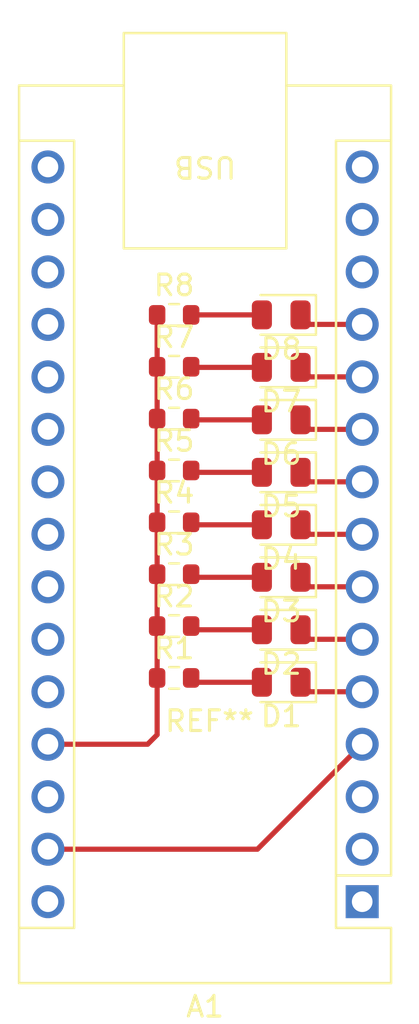
<source format=kicad_pcb>
(kicad_pcb (version 20221018) (generator pcbnew)
  (layers (0 "F.Cu" signal) (31 "B.Cu" signal) (34 "B.Paste" user) (35 "F.Paste" user) (36 "B.SilkS" user "B.Silkscreen") (37 "F.SilkS" user "F.Silkscreen") (38 "B.Mask" user) (39 "F.Mask" user) (44 "Edge.Cuts" user))
  (net 0 "")
  (net 4 "GND")
  (net 5 "Net-(A1-D2)")
  (net 6 "Net-(A1-D3)")
  (net 7 "Net-(A1-D4)")
  (net 8 "Net-(A1-D5)")
  (net 9 "Net-(A1-D6)")
  (net 10 "Net-(A1-D7)")
  (net 11 "Net-(A1-D8)")
  (net 12 "Net-(A1-D9)")
  (net 27 "Net-(A1-+5V)")
  (net 30 "Net-(D1-A)")
  (net 31 "Net-(D2-A)")
  (net 32 "Net-(D3-A)")
  (net 33 "Net-(D4-A)")
  (net 34 "Net-(D5-A)")
  (net 35 "Net-(D6-A)")
  (net 36 "Net-(D7-A)")
  (net 37 "Net-(D8-A)")
  (footprint "LED_SMD:LED_0805_2012Metric" (layer "F.Cu") (at 138.0975 88.9 180)
    (fp_text reference "D2" (at 0 -1.65) (layer "F.SilkS"))
    (fp_text value "LED")
    (fp_line (start -1.685 -0.96) (end -1.685 0.96) (stroke (width 0.12)) (layer "F.SilkS"))
    (fp_line (start -1.685 0.96) (end 1 0.96) (stroke (width 0.12)) (layer "F.SilkS"))
    (fp_line (start 1 -0.96) (end -1.685 -0.96) (stroke (width 0.12)) (layer "F.SilkS"))
    (pad "1" smd roundrect (at -0.9375 0 180) (size 0.975 1.4) (layers "F.Cu" "F.Paste" "F.Mask") (net 6 "Net-(A1-D3)"))
    (pad "2" smd roundrect (at 0.9375 0 180) (size 0.975 1.4) (layers "F.Cu" "F.Paste" "F.Mask") (net 31 "Net-(D2-A)"))
  )
  (footprint "LED_SMD:LED_0805_2012Metric" (layer "F.Cu") (at 138.0975 91.44 180)
    (fp_text reference "D1" (at 0 -1.65) (layer "F.SilkS"))
    (fp_text value "LED")
    (fp_line (start -1.685 -0.96) (end -1.685 0.96) (stroke (width 0.12)) (layer "F.SilkS"))
    (fp_line (start -1.685 0.96) (end 1 0.96) (stroke (width 0.12)) (layer "F.SilkS"))
    (fp_line (start 1 -0.96) (end -1.685 -0.96) (stroke (width 0.12)) (layer "F.SilkS"))
    (pad "1" smd roundrect (at -0.9375 0 180) (size 0.975 1.4) (layers "F.Cu" "F.Paste" "F.Mask") (net 5 "Net-(A1-D2)"))
    (pad "2" smd roundrect (at 0.9375 0 180) (size 0.975 1.4) (layers "F.Cu" "F.Paste" "F.Mask") (net 30 "Net-(D1-A)"))
  )
  (footprint "Resistor_SMD:R_0603_1608Metric" (layer "F.Cu") (at 132.905 81.19)
    (fp_text reference "R5" (at 0 -1.43) (layer "F.SilkS"))
    (fp_text value "247")
    (fp_line (start -0.237258 -0.5225) (end 0.237258 -0.5225) (stroke (width 0.12)) (layer "F.SilkS"))
    (fp_line (start -0.237258 0.5225) (end 0.237258 0.5225) (stroke (width 0.12)) (layer "F.SilkS"))
    (pad "1" smd roundrect (at -0.825 0) (size 0.8 0.95) (layers "F.Cu" "F.Paste" "F.Mask") (net 27 "Net-(A1-+5V)"))
    (pad "2" smd roundrect (at 0.825 0) (size 0.8 0.95) (layers "F.Cu" "F.Paste" "F.Mask") (net 34 "Net-(D5-A)"))
  )
  (footprint "Resistor_SMD:R_0603_1608Metric" (layer "F.Cu") (at 132.905 91.23)
    (fp_text reference "R1" (at 0 -1.43) (layer "F.SilkS"))
    (fp_text value "247")
    (fp_line (start -0.237258 -0.5225) (end 0.237258 -0.5225) (stroke (width 0.12)) (layer "F.SilkS"))
    (fp_line (start -0.237258 0.5225) (end 0.237258 0.5225) (stroke (width 0.12)) (layer "F.SilkS"))
    (pad "1" smd roundrect (at -0.825 0) (size 0.8 0.95) (layers "F.Cu" "F.Paste" "F.Mask") (net 27 "Net-(A1-+5V)"))
    (pad "2" smd roundrect (at 0.825 0) (size 0.8 0.95) (layers "F.Cu" "F.Paste" "F.Mask") (net 30 "Net-(D1-A)"))
  )
  (footprint "Module:Arduino_Nano" (layer "F.Cu") (at 142.025 102.06 180)
    (fp_text reference "A1" (at 7.62 -5.08) (layer "F.SilkS"))
    (fp_text value "Arduino_Nano_v3.x")
    (fp_text user "USB" (at 7.62 35.56 180 unlocked) (layer "F.SilkS"))
    (fp_line (start -1.4 -3.94) (end -1.4 -1.27) (stroke (width 0.12)) (layer "F.SilkS"))
    (fp_line (start -1.4 1.27) (end -1.4 39.5) (stroke (width 0.12)) (layer "F.SilkS"))
    (fp_line (start -1.4 39.5) (end 3.68 39.5) (stroke (width 0.12)) (layer "F.SilkS"))
    (fp_line (start 1.27 -1.27) (end -1.4 -1.27) (stroke (width 0.12)) (layer "F.SilkS"))
    (fp_line (start 1.27 1.27) (end -1.4 1.27) (stroke (width 0.12)) (layer "F.SilkS"))
    (fp_line (start 1.27 1.27) (end 1.27 -1.27) (stroke (width 0.12)) (layer "F.SilkS"))
    (fp_line (start 1.27 1.27) (end 1.27 36.83) (stroke (width 0.12)) (layer "F.SilkS"))
    (fp_line (start 1.27 36.83) (end -1.4 36.83) (stroke (width 0.12)) (layer "F.SilkS"))
    (fp_line (start 3.68 31.62) (end 11.56 31.62) (stroke (width 0.12)) (layer "F.SilkS"))
    (fp_line (start 3.68 42.04) (end 3.68 31.62) (stroke (width 0.12)) (layer "F.SilkS"))
    (fp_line (start 11.56 31.62) (end 11.56 42.04) (stroke (width 0.12)) (layer "F.SilkS"))
    (fp_line (start 11.56 42.04) (end 3.68 42.04) (stroke (width 0.12)) (layer "F.SilkS"))
    (fp_line (start 13.97 -1.27) (end 13.97 36.83) (stroke (width 0.12)) (layer "F.SilkS"))
    (fp_line (start 13.97 -1.27) (end 16.64 -1.27) (stroke (width 0.12)) (layer "F.SilkS"))
    (fp_line (start 13.97 36.83) (end 16.64 36.83) (stroke (width 0.12)) (layer "F.SilkS"))
    (fp_line (start 16.64 -3.94) (end -1.4 -3.94) (stroke (width 0.12)) (layer "F.SilkS"))
    (fp_line (start 16.64 39.5) (end 11.56 39.5) (stroke (width 0.12)) (layer "F.SilkS"))
    (fp_line (start 16.64 39.5) (end 16.64 -3.94) (stroke (width 0.12)) (layer "F.SilkS"))
    (pad "1" thru_hole rect (at 0 0 180) (size 1.6 1.6) (drill 1) (layers "*.Cu" "*.Mask"))
    (pad "2" thru_hole oval (at 0 2.54 180) (size 1.6 1.6) (drill 1) (layers "*.Cu" "*.Mask"))
    (pad "3" thru_hole oval (at 0 5.08 180) (size 1.6 1.6) (drill 1) (layers "*.Cu" "*.Mask"))
    (pad "4" thru_hole oval (at 0 7.62 180) (size 1.6 1.6) (drill 1) (layers "*.Cu" "*.Mask") (net 4 "GND"))
    (pad "5" thru_hole oval (at 0 10.16 180) (size 1.6 1.6) (drill 1) (layers "*.Cu" "*.Mask") (net 5 "Net-(A1-D2)"))
    (pad "6" thru_hole oval (at 0 12.7 180) (size 1.6 1.6) (drill 1) (layers "*.Cu" "*.Mask") (net 6 "Net-(A1-D3)"))
    (pad "7" thru_hole oval (at 0 15.24 180) (size 1.6 1.6) (drill 1) (layers "*.Cu" "*.Mask") (net 7 "Net-(A1-D4)"))
    (pad "8" thru_hole oval (at 0 17.78 180) (size 1.6 1.6) (drill 1) (layers "*.Cu" "*.Mask") (net 8 "Net-(A1-D5)"))
    (pad "9" thru_hole oval (at 0 20.32 180) (size 1.6 1.6) (drill 1) (layers "*.Cu" "*.Mask") (net 9 "Net-(A1-D6)"))
    (pad "10" thru_hole oval (at 0 22.86 180) (size 1.6 1.6) (drill 1) (layers "*.Cu" "*.Mask") (net 10 "Net-(A1-D7)"))
    (pad "11" thru_hole oval (at 0 25.4 180) (size 1.6 1.6) (drill 1) (layers "*.Cu" "*.Mask") (net 11 "Net-(A1-D8)"))
    (pad "12" thru_hole oval (at 0 27.94 180) (size 1.6 1.6) (drill 1) (layers "*.Cu" "*.Mask") (net 12 "Net-(A1-D9)"))
    (pad "13" thru_hole oval (at 0 30.48 180) (size 1.6 1.6) (drill 1) (layers "*.Cu" "*.Mask"))
    (pad "14" thru_hole oval (at 0 33.02 180) (size 1.6 1.6) (drill 1) (layers "*.Cu" "*.Mask"))
    (pad "15" thru_hole oval (at 0 35.56 180) (size 1.6 1.6) (drill 1) (layers "*.Cu" "*.Mask"))
    (pad "16" thru_hole oval (at 15.24 35.56 180) (size 1.6 1.6) (drill 1) (layers "*.Cu" "*.Mask"))
    (pad "17" thru_hole oval (at 15.24 33.02 180) (size 1.6 1.6) (drill 1) (layers "*.Cu" "*.Mask"))
    (pad "18" thru_hole oval (at 15.24 30.48 180) (size 1.6 1.6) (drill 1) (layers "*.Cu" "*.Mask"))
    (pad "19" thru_hole oval (at 15.24 27.94 180) (size 1.6 1.6) (drill 1) (layers "*.Cu" "*.Mask"))
    (pad "20" thru_hole oval (at 15.24 25.4 180) (size 1.6 1.6) (drill 1) (layers "*.Cu" "*.Mask"))
    (pad "21" thru_hole oval (at 15.24 22.86 180) (size 1.6 1.6) (drill 1) (layers "*.Cu" "*.Mask"))
    (pad "22" thru_hole oval (at 15.24 20.32 180) (size 1.6 1.6) (drill 1) (layers "*.Cu" "*.Mask"))
    (pad "23" thru_hole oval (at 15.24 17.78 180) (size 1.6 1.6) (drill 1) (layers "*.Cu" "*.Mask"))
    (pad "24" thru_hole oval (at 15.24 15.24 180) (size 1.6 1.6) (drill 1) (layers "*.Cu" "*.Mask"))
    (pad "25" thru_hole oval (at 15.24 12.7 180) (size 1.6 1.6) (drill 1) (layers "*.Cu" "*.Mask"))
    (pad "26" thru_hole oval (at 15.24 10.16 180) (size 1.6 1.6) (drill 1) (layers "*.Cu" "*.Mask"))
    (pad "27" thru_hole oval (at 15.24 7.62 180) (size 1.6 1.6) (drill 1) (layers "*.Cu" "*.Mask") (net 27 "Net-(A1-+5V)"))
    (pad "28" thru_hole oval (at 15.24 5.08 180) (size 1.6 1.6) (drill 1) (layers "*.Cu" "*.Mask"))
    (pad "29" thru_hole oval (at 15.24 2.54 180) (size 1.6 1.6) (drill 1) (layers "*.Cu" "*.Mask") (net 4 "GND"))
    (pad "30" thru_hole oval (at 15.24 0 180) (size 1.6 1.6) (drill 1) (layers "*.Cu" "*.Mask"))
  )
  (footprint "LED_SMD:LED_0805_2012Metric" (layer "F.Cu") (at 138.0975 78.74 180)
    (fp_text reference "D6" (at 0 -1.65) (layer "F.SilkS"))
    (fp_text value "LED")
    (fp_line (start -1.685 -0.96) (end -1.685 0.96) (stroke (width 0.12)) (layer "F.SilkS"))
    (fp_line (start -1.685 0.96) (end 1 0.96) (stroke (width 0.12)) (layer "F.SilkS"))
    (fp_line (start 1 -0.96) (end -1.685 -0.96) (stroke (width 0.12)) (layer "F.SilkS"))
    (pad "1" smd roundrect (at -0.9375 0 180) (size 0.975 1.4) (layers "F.Cu" "F.Paste" "F.Mask") (net 10 "Net-(A1-D7)"))
    (pad "2" smd roundrect (at 0.9375 0 180) (size 0.975 1.4) (layers "F.Cu" "F.Paste" "F.Mask") (net 35 "Net-(D6-A)"))
  )
  (footprint "Resistor_SMD:R_0603_1608Metric" (layer "F.Cu") (at 132.905 83.7)
    (fp_text reference "R4" (at 0 -1.43) (layer "F.SilkS"))
    (fp_text value "247")
    (fp_line (start -0.237258 -0.5225) (end 0.237258 -0.5225) (stroke (width 0.12)) (layer "F.SilkS"))
    (fp_line (start -0.237258 0.5225) (end 0.237258 0.5225) (stroke (width 0.12)) (layer "F.SilkS"))
    (pad "1" smd roundrect (at -0.825 0) (size 0.8 0.95) (layers "F.Cu" "F.Paste" "F.Mask") (net 27 "Net-(A1-+5V)"))
    (pad "2" smd roundrect (at 0.825 0) (size 0.8 0.95) (layers "F.Cu" "F.Paste" "F.Mask") (net 33 "Net-(D4-A)"))
  )
  (footprint "LED_SMD:LED_0805_2012Metric" (layer "F.Cu") (at 138.0975 76.2 180)
    (fp_text reference "D7" (at 0 -1.65) (layer "F.SilkS"))
    (fp_text value "LED")
    (fp_line (start -1.685 -0.96) (end -1.685 0.96) (stroke (width 0.12)) (layer "F.SilkS"))
    (fp_line (start -1.685 0.96) (end 1 0.96) (stroke (width 0.12)) (layer "F.SilkS"))
    (fp_line (start 1 -0.96) (end -1.685 -0.96) (stroke (width 0.12)) (layer "F.SilkS"))
    (pad "1" smd roundrect (at -0.9375 0 180) (size 0.975 1.4) (layers "F.Cu" "F.Paste" "F.Mask") (net 11 "Net-(A1-D8)"))
    (pad "2" smd roundrect (at 0.9375 0 180) (size 0.975 1.4) (layers "F.Cu" "F.Paste" "F.Mask") (net 36 "Net-(D7-A)"))
  )
  (footprint "Resistor_SMD:R_0603_1608Metric" (layer "F.Cu") (at 132.905 76.17)
    (fp_text reference "R7" (at 0 -1.43) (layer "F.SilkS"))
    (fp_text value "247")
    (fp_line (start -0.237258 -0.5225) (end 0.237258 -0.5225) (stroke (width 0.12)) (layer "F.SilkS"))
    (fp_line (start -0.237258 0.5225) (end 0.237258 0.5225) (stroke (width 0.12)) (layer "F.SilkS"))
    (pad "1" smd roundrect (at -0.825 0) (size 0.8 0.95) (layers "F.Cu" "F.Paste" "F.Mask") (net 27 "Net-(A1-+5V)"))
    (pad "2" smd roundrect (at 0.825 0) (size 0.8 0.95) (layers "F.Cu" "F.Paste" "F.Mask") (net 36 "Net-(D7-A)"))
  )
  (footprint "LED_SMD:LED_0805_2012Metric" (layer "F.Cu") (at 138.0975 81.28 180)
    (fp_text reference "D5" (at 0 -1.65) (layer "F.SilkS"))
    (fp_text value "LED")
    (fp_line (start -1.685 -0.96) (end -1.685 0.96) (stroke (width 0.12)) (layer "F.SilkS"))
    (fp_line (start -1.685 0.96) (end 1 0.96) (stroke (width 0.12)) (layer "F.SilkS"))
    (fp_line (start 1 -0.96) (end -1.685 -0.96) (stroke (width 0.12)) (layer "F.SilkS"))
    (pad "1" smd roundrect (at -0.9375 0 180) (size 0.975 1.4) (layers "F.Cu" "F.Paste" "F.Mask") (net 9 "Net-(A1-D6)"))
    (pad "2" smd roundrect (at 0.9375 0 180) (size 0.975 1.4) (layers "F.Cu" "F.Paste" "F.Mask") (net 34 "Net-(D5-A)"))
  )
  (footprint "Resistor_SMD:R_0603_1608Metric" (layer "F.Cu") (at 132.905 73.66)
    (fp_text reference "R8" (at 0 -1.43) (layer "F.SilkS"))
    (fp_text value "247")
    (fp_line (start -0.237258 -0.5225) (end 0.237258 -0.5225) (stroke (width 0.12)) (layer "F.SilkS"))
    (fp_line (start -0.237258 0.5225) (end 0.237258 0.5225) (stroke (width 0.12)) (layer "F.SilkS"))
    (pad "1" smd roundrect (at -0.825 0) (size 0.8 0.95) (layers "F.Cu" "F.Paste" "F.Mask") (net 27 "Net-(A1-+5V)"))
    (pad "2" smd roundrect (at 0.825 0) (size 0.8 0.95) (layers "F.Cu" "F.Paste" "F.Mask") (net 37 "Net-(D8-A)"))
  )
  (footprint "Resistor_SMD:R_0603_1608Metric" (layer "F.Cu") (at 132.905 78.68)
    (fp_text reference "R6" (at 0 -1.43) (layer "F.SilkS"))
    (fp_text value "247")
    (fp_line (start -0.237258 -0.5225) (end 0.237258 -0.5225) (stroke (width 0.12)) (layer "F.SilkS"))
    (fp_line (start -0.237258 0.5225) (end 0.237258 0.5225) (stroke (width 0.12)) (layer "F.SilkS"))
    (pad "1" smd roundrect (at -0.825 0) (size 0.8 0.95) (layers "F.Cu" "F.Paste" "F.Mask") (net 27 "Net-(A1-+5V)"))
    (pad "2" smd roundrect (at 0.825 0) (size 0.8 0.95) (layers "F.Cu" "F.Paste" "F.Mask") (net 35 "Net-(D6-A)"))
  )
  (footprint "LED_SMD:LED_0805_2012Metric" (layer "F.Cu") (at 138.0975 86.36 180)
    (fp_text reference "D3" (at 0 -1.65) (layer "F.SilkS"))
    (fp_text value "LED")
    (fp_line (start -1.685 -0.96) (end -1.685 0.96) (stroke (width 0.12)) (layer "F.SilkS"))
    (fp_line (start -1.685 0.96) (end 1 0.96) (stroke (width 0.12)) (layer "F.SilkS"))
    (fp_line (start 1 -0.96) (end -1.685 -0.96) (stroke (width 0.12)) (layer "F.SilkS"))
    (pad "1" smd roundrect (at -0.9375 0 180) (size 0.975 1.4) (layers "F.Cu" "F.Paste" "F.Mask") (net 7 "Net-(A1-D4)"))
    (pad "2" smd roundrect (at 0.9375 0 180) (size 0.975 1.4) (layers "F.Cu" "F.Paste" "F.Mask") (net 32 "Net-(D3-A)"))
  )
  (footprint "LED_SMD:LED_0805_2012Metric" (layer "F.Cu") (at 138.0975 83.82 180)
    (fp_text reference "D4" (at 0 -1.65) (layer "F.SilkS"))
    (fp_text value "LED")
    (fp_line (start -1.685 -0.96) (end -1.685 0.96) (stroke (width 0.12)) (layer "F.SilkS"))
    (fp_line (start -1.685 0.96) (end 1 0.96) (stroke (width 0.12)) (layer "F.SilkS"))
    (fp_line (start 1 -0.96) (end -1.685 -0.96) (stroke (width 0.12)) (layer "F.SilkS"))
    (pad "1" smd roundrect (at -0.9375 0 180) (size 0.975 1.4) (layers "F.Cu" "F.Paste" "F.Mask") (net 8 "Net-(A1-D5)"))
    (pad "2" smd roundrect (at 0.9375 0 180) (size 0.975 1.4) (layers "F.Cu" "F.Paste" "F.Mask") (net 33 "Net-(D4-A)"))
  )
  (footprint "MountingHole:MountingHole_2.1mm" (layer "F.Cu") (at 134.62 96.52)
    (fp_text reference "REF**" (at 0 -3.2) (layer "F.SilkS"))
    (fp_text value "MountingHole_2.1mm")
    (pad "" np_thru_hole circle (at 0 0) (size 2.1 2.1) (drill 2.1) (layers "*.Cu" "*.Mask"))
  )
  (footprint "Resistor_SMD:R_0603_1608Metric" (layer "F.Cu") (at 132.905 88.72)
    (fp_text reference "R2" (at 0 -1.43) (layer "F.SilkS"))
    (fp_text value "247")
    (fp_line (start -0.237258 -0.5225) (end 0.237258 -0.5225) (stroke (width 0.12)) (layer "F.SilkS"))
    (fp_line (start -0.237258 0.5225) (end 0.237258 0.5225) (stroke (width 0.12)) (layer "F.SilkS"))
    (pad "1" smd roundrect (at -0.825 0) (size 0.8 0.95) (layers "F.Cu" "F.Paste" "F.Mask") (net 27 "Net-(A1-+5V)"))
    (pad "2" smd roundrect (at 0.825 0) (size 0.8 0.95) (layers "F.Cu" "F.Paste" "F.Mask") (net 31 "Net-(D2-A)"))
  )
  (footprint "Resistor_SMD:R_0603_1608Metric" (layer "F.Cu") (at 132.905 86.21)
    (fp_text reference "R3" (at 0 -1.43) (layer "F.SilkS"))
    (fp_text value "247")
    (fp_line (start -0.237258 -0.5225) (end 0.237258 -0.5225) (stroke (width 0.12)) (layer "F.SilkS"))
    (fp_line (start -0.237258 0.5225) (end 0.237258 0.5225) (stroke (width 0.12)) (layer "F.SilkS"))
    (pad "1" smd roundrect (at -0.825 0) (size 0.8 0.95) (layers "F.Cu" "F.Paste" "F.Mask") (net 27 "Net-(A1-+5V)"))
    (pad "2" smd roundrect (at 0.825 0) (size 0.8 0.95) (layers "F.Cu" "F.Paste" "F.Mask") (net 32 "Net-(D3-A)"))
  )
  (footprint "LED_SMD:LED_0805_2012Metric" (layer "F.Cu") (at 138.0975 73.66 180)
    (fp_text reference "D8" (at 0 -1.65) (layer "F.SilkS"))
    (fp_text value "LED")
    (fp_line (start -1.685 -0.96) (end -1.685 0.96) (stroke (width 0.12)) (layer "F.SilkS"))
    (fp_line (start -1.685 0.96) (end 1 0.96) (stroke (width 0.12)) (layer "F.SilkS"))
    (fp_line (start 1 -0.96) (end -1.685 -0.96) (stroke (width 0.12)) (layer "F.SilkS"))
    (pad "1" smd roundrect (at -0.9375 0 180) (size 0.975 1.4) (layers "F.Cu" "F.Paste" "F.Mask") (net 12 "Net-(A1-D9)"))
    (pad "2" smd roundrect (at 0.9375 0 180) (size 0.975 1.4) (layers "F.Cu" "F.Paste" "F.Mask") (net 37 "Net-(D8-A)"))
  )
  (segment (start 142.025 94.44) (end 136.945 99.52) (width 0.25) (layer "F.Cu") (net 4))
  (segment (start 136.945 99.52) (end 126.785 99.52) (width 0.25) (layer "F.Cu") (net 4))
  (segment (start 139.495 91.9) (end 139.035 91.44) (width 0.25) (layer "F.Cu") (net 5))
  (segment (start 142.025 91.9) (end 139.495 91.9) (width 0.25) (layer "F.Cu") (net 5))
  (segment (start 139.495 89.36) (end 139.035 88.9) (width 0.25) (layer "F.Cu") (net 6))
  (segment (start 142.025 89.36) (end 139.495 89.36) (width 0.25) (layer "F.Cu") (net 6))
  (segment (start 139.495 86.82) (end 139.035 86.36) (width 0.25) (layer "F.Cu") (net 7))
  (segment (start 142.025 86.82) (end 139.495 86.82) (width 0.25) (layer "F.Cu") (net 7))
  (segment (start 142.025 84.28) (end 139.495 84.28) (width 0.25) (layer "F.Cu") (net 8))
  (segment (start 139.495 84.28) (end 139.035 83.82) (width 0.25) (layer "F.Cu") (net 8))
  (segment (start 142.025 81.74) (end 139.495 81.74) (width 0.25) (layer "F.Cu") (net 9))
  (segment (start 139.495 81.74) (end 139.035 81.28) (width 0.25) (layer "F.Cu") (net 9))
  (segment (start 139.495 79.2) (end 139.035 78.74) (width 0.25) (layer "F.Cu") (net 10))
  (segment (start 142.025 79.2) (end 139.495 79.2) (width 0.25) (layer "F.Cu") (net 10))
  (segment (start 139.495 76.66) (end 139.035 76.2) (width 0.25) (layer "F.Cu") (net 11))
  (segment (start 142.025 76.66) (end 139.495 76.66) (width 0.25) (layer "F.Cu") (net 11))
  (segment (start 142.025 74.12) (end 139.495 74.12) (width 0.25) (layer "F.Cu") (net 12))
  (segment (start 139.495 74.12) (end 139.035 73.66) (width 0.25) (layer "F.Cu") (net 12))
  (segment (start 132.08 76.17) (end 132.08 78.68) (width 0.25) (layer "F.Cu") (net 27))
  (segment (start 132.08 78.68) (end 132.08 81.19) (width 0.25) (layer "F.Cu") (net 27))
  (segment (start 131.62 94.44) (end 126.785 94.44) (width 0.25) (layer "F.Cu") (net 27))
  (segment (start 132.08 83.7) (end 132.08 86.21) (width 0.25) (layer "F.Cu") (net 27))
  (segment (start 132.08 93.98) (end 131.62 94.44) (width 0.25) (layer "F.Cu") (net 27))
  (segment (start 132.08 88.72) (end 132.08 91.23) (width 0.25) (layer "F.Cu") (net 27))
  (segment (start 132.08 86.21) (end 132.08 88.72) (width 0.25) (layer "F.Cu") (net 27))
  (segment (start 132.08 91.23) (end 132.08 93.98) (width 0.25) (layer "F.Cu") (net 27))
  (segment (start 132.08 81.19) (end 132.08 83.7) (width 0.25) (layer "F.Cu") (net 27))
  (segment (start 132.08 73.66) (end 132.08 76.17) (width 0.25) (layer "F.Cu") (net 27))
  (segment (start 133.94 91.44) (end 133.73 91.23) (width 0.25) (layer "F.Cu") (net 30))
  (segment (start 137.16 91.44) (end 133.94 91.44) (width 0.25) (layer "F.Cu") (net 30))
  (segment (start 137.16 88.9) (end 133.91 88.9) (width 0.25) (layer "F.Cu") (net 31))
  (segment (start 133.91 88.9) (end 133.73 88.72) (width 0.25) (layer "F.Cu") (net 31))
  (segment (start 133.88 86.36) (end 133.73 86.21) (width 0.25) (layer "F.Cu") (net 32))
  (segment (start 137.16 86.36) (end 133.88 86.36) (width 0.25) (layer "F.Cu") (net 32))
  (segment (start 133.85 83.82) (end 133.73 83.7) (width 0.25) (layer "F.Cu") (net 33))
  (segment (start 137.16 83.82) (end 133.85 83.82) (width 0.25) (layer "F.Cu") (net 33))
  (segment (start 133.82 81.28) (end 133.73 81.19) (width 0.25) (layer "F.Cu") (net 34))
  (segment (start 137.16 81.28) (end 133.82 81.28) (width 0.25) (layer "F.Cu") (net 34))
  (segment (start 137.16 78.74) (end 133.79 78.74) (width 0.25) (layer "F.Cu") (net 35))
  (segment (start 133.79 78.74) (end 133.73 78.68) (width 0.25) (layer "F.Cu") (net 35))
  (segment (start 137.16 76.2) (end 133.76 76.2) (width 0.25) (layer "F.Cu") (net 36))
  (segment (start 133.76 76.2) (end 133.73 76.17) (width 0.25) (layer "F.Cu") (net 36))
  (segment (start 137.16 73.66) (end 133.73 73.66) (width 0.25) (layer "F.Cu") (net 37))
)
</source>
